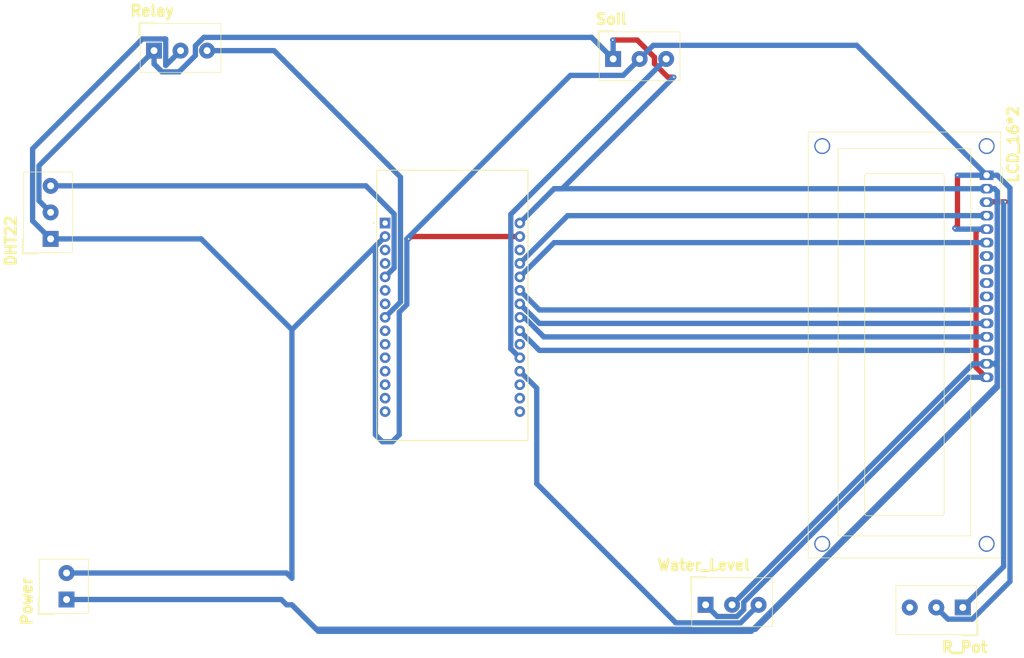
<source format=kicad_pcb>
(kicad_pcb (version 20240108) (generator "pcbnew") (generator_version "8.0")
  (layers (0 "F.Cu" signal) (31 "B.Cu" signal) (34 "B.Paste" user) (35 "F.Paste" user) (36 "B.SilkS" user "B.Silkscreen") (37 "F.SilkS" user "F.Silkscreen") (38 "B.Mask" user) (39 "F.Mask" user) (44 "Edge.Cuts" user))
  (net 0 "")
  (net 18 "Net-(J3-Pin_3)")
  (net 19 "Net-(J1-Pin_3)")
  (net 22 "Net-(DS1-VO)")
  (net 25 "Net-(DS1-D4)")
  (net 26 "+5V")
  (net 27 "Net-(DS1-E)")
  (net 28 "Net-(DS1-D7)")
  (net 29 "Net-(DS1-RS)")
  (net 30 "Net-(DS1-D6)")
  (net 31 "GND")
  (net 32 "Net-(DS1-D5)")
  (net 33 "Net-(J2-Pin_3)")
  (net 34 "Net-(J5-Pin_3)")
  (footprint "TerminalBlock_Altech:Altech_AK100_1x03_P5.00mm" (layer "F.Cu") (at 71 87.5 90)
    (property "Reference" "DHT22" (at -0.35 -7.5 270) (layer "F.SilkS") (effects (font (size 2 2) (thickness 0.5) (bold yes))))
    (property "Value" "DHT22")
    (fp_line (start -2.85 -5.35) (end 0.15 -5.35) (stroke (width 0.12)) (layer "F.SilkS"))
    (fp_line (start 12.61 -5.11) (end 12.61 4.11) (stroke (width 0.12)) (layer "F.SilkS"))
    (fp_line (start -2.61 -5.11) (end 12.61 -5.11) (stroke (width 0.12)) (layer "F.SilkS"))
    (fp_line (start -2.61 -5.11) (end -2.61 4.11) (stroke (width 0.12)) (layer "F.SilkS"))
    (fp_line (start -2.85 -2.35) (end -2.85 -5.35) (stroke (width 0.12)) (layer "F.SilkS"))
    (fp_line (start -2.61 4.11) (end 12.61 4.11) (stroke (width 0.12)) (layer "F.SilkS"))
    (pad "1" thru_hole rect (at 0 0 90) (size 3 3) (drill 1.3) (layers "*.Cu" "*.Mask") (net 31 "GND"))
    (pad "2" thru_hole circle (at 5 0 90) (size 3 3) (drill 1.3) (layers "*.Cu" "*.Mask") (net 26 "+5V"))
    (pad "3" thru_hole circle (at 10 0 90) (size 3 3) (drill 1.3) (layers "*.Cu" "*.Mask") (net 34 "Net-(J5-Pin_3)"))
  )
  (footprint "TerminalBlock_Altech:Altech_AK100_1x03_P5.00mm" (layer "F.Cu") (at 194.5 156.5)
    (property "Reference" "Water_Level" (at -0.35 -7.5 0) (layer "F.SilkS") (effects (font (size 2 2) (thickness 0.5) (bold yes))))
    (property "Value" "Water Level")
    (fp_line (start -2.85 -5.35) (end 0.15 -5.35) (stroke (width 0.12)) (layer "F.SilkS"))
    (fp_line (start -2.85 -2.35) (end -2.85 -5.35) (stroke (width 0.12)) (layer "F.SilkS"))
    (fp_line (start -2.61 -5.11) (end -2.61 4.11) (stroke (width 0.12)) (layer "F.SilkS"))
    (fp_line (start -2.61 -5.11) (end 12.61 -5.11) (stroke (width 0.12)) (layer "F.SilkS"))
    (fp_line (start -2.61 4.11) (end 12.61 4.11) (stroke (width 0.12)) (layer "F.SilkS"))
    (fp_line (start 12.61 -5.11) (end 12.61 4.11) (stroke (width 0.12)) (layer "F.SilkS"))
    (pad "1" thru_hole rect (at 0 0) (size 3 3) (drill 1.3) (layers "*.Cu" "*.Mask") (net 31 "GND"))
    (pad "2" thru_hole circle (at 5 0) (size 3 3) (drill 1.3) (layers "*.Cu" "*.Mask") (net 26 "+5V"))
    (pad "3" thru_hole circle (at 10 0) (size 3 3) (drill 1.3) (layers "*.Cu" "*.Mask") (net 18 "Net-(J3-Pin_3)"))
  )
  (footprint "TerminalBlock_Altech:Altech_AK100_1x02_P5.00mm" (layer "F.Cu") (at 74 155.5 90)
    (property "Reference" "Power" (at -0.35 -7.5 270) (layer "F.SilkS") (effects (font (size 2 2) (thickness 0.5) (bold yes))))
    (property "Value" "Power")
    (fp_line (start -2.85 -5.35) (end 0.15 -5.35) (stroke (width 0.12)) (layer "F.SilkS"))
    (fp_line (start 7.61 -5.11) (end 7.61 4.11) (stroke (width 0.12)) (layer "F.SilkS"))
    (fp_line (start -2.61 -5.11) (end 7.61 -5.11) (stroke (width 0.12)) (layer "F.SilkS"))
    (fp_line (start -2.61 -5.11) (end -2.61 4.11) (stroke (width 0.12)) (layer "F.SilkS"))
    (fp_line (start -2.85 -2.35) (end -2.85 -5.35) (stroke (width 0.12)) (layer "F.SilkS"))
    (fp_line (start -2.61 4.11) (end 7.61 4.11) (stroke (width 0.12)) (layer "F.SilkS"))
    (pad "1" thru_hole rect (at 0 0 90) (size 3 3) (drill 1.3) (layers "*.Cu" "*.Mask") (net 26 "+5V"))
    (pad "2" thru_hole circle (at 5 0 90) (size 3 3) (drill 1.3) (layers "*.Cu" "*.Mask") (net 31 "GND"))
  )
  (footprint "TerminalBlock_Altech:Altech_AK100_1x03_P5.00mm" (layer "F.Cu") (at 177.0675 53.5675)
    (property "Reference" "Soil" (at -0.35 -7.5 360) (layer "F.SilkS") (effects (font (size 2 2) (thickness 0.5) (bold yes))))
    (property "Value" "Soil")
    (fp_line (start -2.85 -5.35) (end 0.15 -5.35) (stroke (width 0.12)) (layer "F.SilkS"))
    (fp_line (start -2.85 -2.35) (end -2.85 -5.35) (stroke (width 0.12)) (layer "F.SilkS"))
    (fp_line (start -2.61 -5.11) (end -2.61 4.11) (stroke (width 0.12)) (layer "F.SilkS"))
    (fp_line (start -2.61 -5.11) (end 12.61 -5.11) (stroke (width 0.12)) (layer "F.SilkS"))
    (fp_line (start -2.61 4.11) (end 12.61 4.11) (stroke (width 0.12)) (layer "F.SilkS"))
    (fp_line (start 12.61 -5.11) (end 12.61 4.11) (stroke (width 0.12)) (layer "F.SilkS"))
    (pad "1" thru_hole rect (at 0 0) (size 3 3) (drill 1.3) (layers "*.Cu" "*.Mask") (net 26 "+5V"))
    (pad "2" thru_hole circle (at 5 0) (size 3 3) (drill 1.3) (layers "*.Cu" "*.Mask") (net 31 "GND"))
    (pad "3" thru_hole circle (at 10 0) (size 3 3) (drill 1.3) (layers "*.Cu" "*.Mask") (net 19 "Net-(J1-Pin_3)"))
  )
  (footprint "Display:WC1602A" (layer "F.Cu") (at 247.5 75.4991 -90)
    (property "Reference" "LCD_16*2" (at -5.82 -5 90) (layer "F.SilkS") (effects (font (size 2 2) (thickness 0.5) (bold yes))))
    (property "Value" "WC1602A")
    (fp_line (start -8.14 33.64) (end 72.14 33.64) (stroke (width 0.12)) (layer "F.SilkS"))
    (fp_line (start 72.14 33.64) (end 72.14 -2.64) (stroke (width 0.12)) (layer "F.SilkS"))
    (fp_line (start -5 28) (end -5 3) (stroke (width 0.12)) (layer "F.SilkS"))
    (fp_line (start 68 28) (end -5 28) (stroke (width 0.12)) (layer "F.SilkS"))
    (fp_line (start 63.70066 23) (end 0.2 23) (stroke (width 0.12)) (layer "F.SilkS"))
    (fp_line (start -0.29972 22.49932) (end -0.29972 8.5) (stroke (width 0.12)) (layer "F.SilkS"))
    (fp_line (start 64.2 8.5) (end 64.2 22.5) (stroke (width 0.12)) (layer "F.SilkS"))
    (fp_line (start 0.2 8) (end 63.7 8) (stroke (width 0.12)) (layer "F.SilkS"))
    (fp_line (start -5 3) (end 68 3) (stroke (width 0.12)) (layer "F.SilkS"))
    (fp_line (start 68 3) (end 68 28) (stroke (width 0.12)) (layer "F.SilkS"))
    (fp_line (start -8.14 -2.64) (end -8.14 33.64) (stroke (width 0.12)) (layer "F.SilkS"))
    (fp_line (start -8.13 -2.64) (end -7.34 -2.64) (stroke (width 0.12)) (layer "F.SilkS"))
    (fp_line (start 72.14 -2.64) (end -7.34 -2.64) (stroke (width 0.12)) (layer "F.SilkS"))
    (fp_line (start -1.5 -3) (end 1.5 -3) (stroke (width 0.12)) (layer "F.SilkS"))
    (fp_arc (start 0.20066 22.9997) (mid -0.153162 22.853142) (end -0.29972 22.49932) (stroke (width 0.12)) (layer "F.SilkS"))
    (fp_arc (start 64.20104 22.49932) (mid 64.054473 22.853115) (end 63.70066 22.9997) (stroke (width 0.12)) (layer "F.SilkS"))
    (fp_arc (start -0.29972 8.49884) (mid -0.153162 8.145018) (end 0.20066 7.99846) (stroke (width 0.12)) (layer "F.SilkS"))
    (fp_arc (start 63.7 8) (mid 64.053553 8.146447) (end 64.2 8.5) (stroke (width 0.12)) (layer "F.SilkS"))
    (pad "" thru_hole circle (at -5.4991 0 270) (size 3 3) (drill 2.5) (layers "*.Cu" "*.Mask"))
    (pad "" thru_hole circle (at -5.4991 31.0007 270) (size 3 3) (drill 2.5) (layers "*.Cu" "*.Mask"))
    (pad "" thru_hole circle (at 69.49948 31.0007 270) (size 3 3) (drill 2.5) (layers "*.Cu" "*.Mask"))
    (pad "" thru_hole circle (at 69.5 0 270) (size 3 3) (drill 2.5) (layers "*.Cu" "*.Mask"))
    (pad "1" thru_hole rect (at 0 0 270) (size 1.8 2.6) (drill 1.2) (layers "*.Cu" "*.Mask") (net 31 "GND"))
    (pad "2" thru_hole oval (at 2.54 0 270) (size 1.8 2.6) (drill 1.2) (layers "*.Cu" "*.Mask") (net 26 "+5V"))
    (pad "3" thru_hole oval (at 5.08 0 270) (size 1.8 2.6) (drill 1.2) (layers "*.Cu" "*.Mask") (net 22 "Net-(DS1-VO)"))
    (pad "4" thru_hole oval (at 7.62 0 270) (size 1.8 2.6) (drill 1.2) (layers "*.Cu" "*.Mask") (net 29 "Net-(DS1-RS)"))
    (pad "5" thru_hole oval (at 10.16 0 270) (size 1.8 2.6) (drill 1.2) (layers "*.Cu" "*.Mask") (net 31 "GND"))
    (pad "6" thru_hole oval (at 12.7 0 270) (size 1.8 2.6) (drill 1.2) (layers "*.Cu" "*.Mask") (net 27 "Net-(DS1-E)"))
    (pad "7" thru_hole oval (at 15.24 0 270) (size 1.8 2.6) (drill 1.2) (layers "*.Cu" "*.Mask"))
    (pad "8" thru_hole oval (at 17.78 0 270) (size 1.8 2.6) (drill 1.2) (layers "*.Cu" "*.Mask"))
    (pad "9" thru_hole oval (at 20.32 0 270) (size 1.8 2.6) (drill 1.2) (layers "*.Cu" "*.Mask"))
    (pad "10" thru_hole oval (at 22.86 0 270) (size 1.8 2.6) (drill 1.2) (layers "*.Cu" "*.Mask"))
    (pad "11" thru_hole oval (at 25.4 0 270) (size 1.8 2.6) (drill 1.2) (layers "*.Cu" "*.Mask") (net 25 "Net-(DS1-D4)"))
    (pad "12" thru_hole oval (at 27.94 0 270) (size 1.8 2.6) (drill 1.2) (layers "*.Cu" "*.Mask") (net 32 "Net-(DS1-D5)"))
    (pad "13" thru_hole oval (at 30.48 0 270) (size 1.8 2.6) (drill 1.2) (layers "*.Cu" "*.Mask") (net 30 "Net-(DS1-D6)"))
    (pad "14" thru_hole oval (at 33.02 0 270) (size 1.8 2.6) (drill 1.2) (layers "*.Cu" "*.Mask") (net 28 "Net-(DS1-D7)"))
    (pad "15" thru_hole oval (at 35.56 0 270) (size 1.8 2.6) (drill 1.2) (layers "*.Cu" "*.Mask") (net 26 "+5V"))
    (pad "16" thru_hole oval (at 38.1 0 270) (size 1.8 2.6) (drill 1.2) (layers "*.Cu" "*.Mask") (net 31 "GND"))
  )
  (footprint "TerminalBlock_Altech:Altech_AK100_1x03_P5.00mm" (layer "F.Cu") (at 90.5 52)
    (property "Reference" "Relay" (at -0.35 -7.5 0) (layer "F.SilkS") (effects (font (size 2 2) (thickness 0.5) (bold yes))))
    (property "Value" "Relay")
    (fp_line (start -2.85 -5.35) (end 0.15 -5.35) (stroke (width 0.12)) (layer "F.SilkS"))
    (fp_line (start -2.85 -2.35) (end -2.85 -5.35) (stroke (width 0.12)) (layer "F.SilkS"))
    (fp_line (start -2.61 -5.11) (end -2.61 4.11) (stroke (width 0.12)) (layer "F.SilkS"))
    (fp_line (start -2.61 -5.11) (end 12.61 -5.11) (stroke (width 0.12)) (layer "F.SilkS"))
    (fp_line (start -2.61 4.11) (end 12.61 4.11) (stroke (width 0.12)) (layer "F.SilkS"))
    (fp_line (start 12.61 -5.11) (end 12.61 4.11) (stroke (width 0.12)) (layer "F.SilkS"))
    (pad "1" thru_hole rect (at 0 0) (size 3 3) (drill 1.3) (layers "*.Cu" "*.Mask") (net 26 "+5V"))
    (pad "2" thru_hole circle (at 5 0) (size 3 3) (drill 1.3) (layers "*.Cu" "*.Mask") (net 31 "GND"))
    (pad "3" thru_hole circle (at 10 0) (size 3 3) (drill 1.3) (layers "*.Cu" "*.Mask") (net 33 "Net-(J2-Pin_3)"))
  )
  (footprint "TerminalBlock_Altech:Altech_AK100_1x03_P5.00mm" (layer "F.Cu") (at 243 157 180)
    (property "Reference" "R_Pot" (at -0.35 -7.5 180) (layer "F.SilkS") (effects (font (size 2 2) (thickness 0.5) (bold yes))))
    (property "Value" "Variable_Resistor")
    (fp_line (start 12.61 -5.11) (end 12.61 4.11) (stroke (width 0.12)) (layer "F.SilkS"))
    (fp_line (start -2.61 4.11) (end 12.61 4.11) (stroke (width 0.12)) (layer "F.SilkS"))
    (fp_line (start -2.61 -5.11) (end 12.61 -5.11) (stroke (width 0.12)) (layer "F.SilkS"))
    (fp_line (start -2.61 -5.11) (end -2.61 4.11) (stroke (width 0.12)) (layer "F.SilkS"))
    (fp_line (start -2.85 -2.35) (end -2.85 -5.35) (stroke (width 0.12)) (layer "F.SilkS"))
    (fp_line (start -2.85 -5.35) (end 0.15 -5.35) (stroke (width 0.12)) (layer "F.SilkS"))
    (pad "1" thru_hole rect (at 0 0 180) (size 3 3) (drill 1.3) (layers "*.Cu" "*.Mask") (net 22 "Net-(DS1-VO)"))
    (pad "2" thru_hole circle (at 5 0 180) (size 3 3) (drill 1.3) (layers "*.Cu" "*.Mask") (net 31 "GND"))
    (pad "3" thru_hole circle (at 10 0 180) (size 3 3) (drill 1.3) (layers "*.Cu" "*.Mask"))
  )
  (footprint "ESP32-DEVKIT-V1:MODULE_ESP32_DEVKIT_V1" (layer "F.Cu") (at 146.77 100.025)
    (property "Reference" "ESP32_WROOM_30-PIN")
    (property "Value" "ESP32-DEVKIT-V1")
    (fp_line (start -14.28 -25.475) (end -3.211 -25.475) (stroke (width 0.127)) (layer "F.SilkS"))
    (fp_line (start -14.28 -25.475) (end 14.23 -25.475) (stroke (width 0.127)) (layer "F.SilkS"))
    (fp_line (start -14.28 25.475) (end -14.28 -25.475) (stroke (width 0.127)) (layer "F.SilkS"))
    (fp_line (start -14.28 25.475) (end -14.28 -25.475) (stroke (width 0.127)) (layer "F.SilkS"))
    (fp_line (start -14.28 25.475) (end -8.91 25.475) (stroke (width 0.127)) (layer "F.SilkS"))
    (fp_line (start -8.91 25.475) (end 8.78 25.475) (stroke (width 0.127)) (layer "F.SilkS"))
    (fp_line (start -3.211 -25.475) (end 3.5 -25.475) (stroke (width 0.127)) (layer "F.SilkS"))
    (fp_line (start 3.5 -25.475) (end 14.23 -25.475) (stroke (width 0.127)) (layer "F.SilkS"))
    (fp_line (start 8.78 25.475) (end 14.23 25.475) (stroke (width 0.127)) (layer "F.SilkS"))
    (fp_line (start 14.23 -25.475) (end 14.23 25.475) (stroke (width 0.127)) (layer "F.SilkS"))
    (fp_line (start 14.23 -25.475) (end 14.23 25.475) (stroke (width 0.127)) (layer "F.SilkS"))
    (fp_line (start 14.23 25.475) (end -14.28 25.475) (stroke (width 0.127)) (layer "F.SilkS"))
    (fp_circle (center -14.85 -15.515) (end -14.75 -15.515) (stroke (width 0.2)) (fill none) (layer "F.SilkS"))
    (pad "" np_thru_hole circle (at -12.28 -23.475) (size 3 3) (drill 3) (layers "*.Cu" "*.Mask"))
    (pad "" np_thru_hole circle (at -12.28 23.475) (size 3 3) (drill 3) (layers "*.Cu" "*.Mask"))
    (pad "" np_thru_hole circle (at 12.23 -23.475) (size 3 3) (drill 3) (layers "*.Cu" "*.Mask"))
    (pad "" np_thru_hole circle (at 12.23 23.475) (size 3 3) (drill 3) (layers "*.Cu" "*.Mask"))
    (pad "1" thru_hole rect (at -12.7 -15.515) (size 2 2) (drill 1.02) (layers "*.Cu" "*.Mask"))
    (pad "2" thru_hole circle (at -12.7 -12.975) (size 2 2) (drill 1.02) (layers "*.Cu" "*.Mask") (net 31 "GND"))
    (pad "3" thru_hole circle (at -12.7 -10.435) (size 2 2) (drill 1.02) (layers "*.Cu" "*.Mask"))
    (pad "4" thru_hole circle (at -12.7 -7.895) (size 2 2) (drill 1.02) (layers "*.Cu" "*.Mask"))
    (pad "5" thru_hole circle (at -12.7 -5.355) (size 2 2) (drill 1.02) (layers "*.Cu" "*.Mask") (net 34 "Net-(J5-Pin_3)"))
    (pad "6" thru_hole circle (at -12.7 -2.815) (size 2 2) (drill 1.02) (layers "*.Cu" "*.Mask"))
    (pad "7" thru_hole circle (at -12.7 -0.275) (size 2 2) (drill 1.02) (layers "*.Cu" "*.Mask"))
    (pad "8" thru_hole circle (at -12.7 2.265) (size 2 2) (drill 1.02) (layers "*.Cu" "*.Mask") (net 33 "Net-(J2-Pin_3)"))
    (pad "9" thru_hole circle (at -12.7 4.805) (size 2 2) (drill 1.02) (layers "*.Cu" "*.Mask"))
    (pad "10" thru_hole circle (at -12.7 7.345) (size 2 2) (drill 1.02) (layers "*.Cu" "*.Mask"))
    (pad "11" thru_hole circle (at -12.7 9.885) (size 2 2) (drill 1.02) (layers "*.Cu" "*.Mask"))
    (pad "12" thru_hole circle (at -12.7 12.425) (size 2 2) (drill 1.02) (layers "*.Cu" "*.Mask"))
    (pad "13" thru_hole circle (at -12.7 14.965) (size 2 2) (drill 1.02) (layers "*.Cu" "*.Mask"))
    (pad "14" thru_hole circle (at -12.7 17.505) (size 2 2) (drill 1.02) (layers "*.Cu" "*.Mask"))
    (pad "15" thru_hole circle (at -12.7 20.045) (size 2 2) (drill 1.02) (layers "*.Cu" "*.Mask"))
    (pad "16" thru_hole circle (at 12.7 20.045) (size 2 2) (drill 1.02) (layers "*.Cu" "*.Mask"))
    (pad "17" thru_hole circle (at 12.7 17.505) (size 2 2) (drill 1.02) (layers "*.Cu" "*.Mask"))
    (pad "18" thru_hole circle (at 12.7 14.965) (size 2 2) (drill 1.02) (layers "*.Cu" "*.Mask"))
    (pad "19" thru_hole circle (at 12.7 12.425) (size 2 2) (drill 1.02) (layers "*.Cu" "*.Mask") (net 18 "Net-(J3-Pin_3)"))
    (pad "20" thru_hole circle (at 12.7 9.885) (size 2 2) (drill 1.02) (layers "*.Cu" "*.Mask") (net 19 "Net-(J1-Pin_3)"))
    (pad "21" thru_hole circle (at 12.7 7.345) (size 2 2) (drill 1.02) (layers "*.Cu" "*.Mask"))
    (pad "22" thru_hole circle (at 12.7 4.805) (size 2 2) (drill 1.02) (layers "*.Cu" "*.Mask") (net 28 "Net-(DS1-D7)"))
    (pad "23" thru_hole circle (at 12.7 2.265) (size 2 2) (drill 1.02) (layers "*.Cu" "*.Mask") (net 30 "Net-(DS1-D6)"))
    (pad "24" thru_hole circle (at 12.7 -0.275) (size 2 2) (drill 1.02) (layers "*.Cu" "*.Mask") (net 32 "Net-(DS1-D5)"))
    (pad "25" thru_hole circle (at 12.7 -2.815) (size 2 2) (drill 1.02) (layers "*.Cu" "*.Mask") (net 25 "Net-(DS1-D4)"))
    (pad "26" thru_hole circle (at 12.7 -5.355) (size 2 2) (drill 1.02) (layers "*.Cu" "*.Mask") (net 27 "Net-(DS1-E)"))
    (pad "27" thru_hole circle (at 12.7 -7.895) (size 2 2) (drill 1.02) (layers "*.Cu" "*.Mask") (net 29 "Net-(DS1-RS)"))
    (pad "28" thru_hole circle (at 12.7 -10.435) (size 2 2) (drill 1.02) (layers "*.Cu" "*.Mask"))
    (pad "29" thru_hole circle (at 12.7 -12.975) (size 2 2) (drill 1.02) (layers "*.Cu" "*.Mask") (net 31 "GND"))
    (pad "30" thru_hole circle (at 12.7 -15.515) (size 2 2) (drill 1.02) (layers "*.Cu" "*.Mask") (net 26 "+5V"))
  )
  (segment (start 159.47 112.45) (end 162.662044 115.642044) (width 1) (layer "B.Cu") (net 18))
  (segment (start 162.662044 115.642044) (end 162.662044 133.662044) (width 1) (layer "B.Cu") (net 18))
  (segment (start 162.662044 133.662044) (end 188.9 159.9) (width 1) (layer "B.Cu") (net 18))
  (segment (start 201.1 159.9) (end 204.5 156.5) (width 1) (layer "B.Cu") (net 18))
  (segment (start 188.9 159.9) (end 201.1 159.9) (width 1) (layer "B.Cu") (net 18))
  (segment (start 157.77 82.865) (end 157.77 108.21) (width 1) (layer "B.Cu") (net 19))
  (segment (start 187.0675 53.5675) (end 157.77 82.865) (width 1) (layer "B.Cu") (net 19))
  (segment (start 157.77 108.21) (end 159.47 109.91) (width 1) (layer "B.Cu") (net 19))
  (segment (start 247.5791 80.5) (end 247.5 80.5791) (width 1) (layer "F.Cu") (net 22))
  (segment (start 251 80.5) (end 247.5791 80.5) (width 1) (layer "F.Cu") (net 22))
  (via (at 247.5 80.5) (size 0.6) (drill 0.3) (layers "F.Cu" "B.Cu") (net 22))
  (via (at 251 80.5) (size 0.6) (drill 0.3) (layers "F.Cu" "B.Cu") (net 22))
  (segment (start 243 157) (end 250.7 149.3) (width 1) (layer "B.Cu") (net 22))
  (segment (start 250.7 149.3) (end 250.7 80.5791) (width 1) (layer "B.Cu") (net 22))
  (segment (start 159.88 96.8) (end 159.47 97.21) (width 0.5) (layer "F.Cu") (net 25))
  (segment (start 163.1591 100.8991) (end 159.47 97.21) (width 1) (layer "B.Cu") (net 25))
  (segment (start 247.5 100.8991) (end 163.1591 100.8991) (width 1) (layer "B.Cu") (net 25))
  (segment (start 181.61127 50) (end 184.8675 53.25623) (width 1) (layer "F.Cu") (net 26))
  (segment (start 184.8675 54.47877) (end 187.38873 57) (width 1) (layer "F.Cu") (net 26))
  (segment (start 187.38873 57) (end 188.5 57) (width 1) (layer "F.Cu") (net 26))
  (segment (start 177 50) (end 181.61127 50) (width 1) (layer "F.Cu") (net 26))
  (segment (start 184.8675 53.25623) (end 184.8675 54.47877) (width 1) (layer "F.Cu") (net 26))
  (via (at 177 50) (size 0.6) (drill 0.3) (layers "F.Cu" "B.Cu") (net 26))
  (via (at 188.5 57) (size 0.6) (drill 0.3) (layers "F.Cu" "B.Cu") (net 26))
  (segment (start 173 49.5) (end 177.0675 53.5675) (width 1) (layer "B.Cu") (net 26))
  (segment (start 203.10915 161.5) (end 121.5 161.5) (width 1) (layer "B.Cu") (net 26))
  (segment (start 68.8 80.3) (end 71 82.5) (width 1) (layer "B.Cu") (net 26))
  (segment (start 249.5 78.5391) (end 249.5 110.5591) (width 1) (layer "B.Cu") (net 26))
  (segment (start 92 56) (end 95.21127 56) (width 1) (layer "B.Cu") (net 26))
  (segment (start 247.5 78.0391) (end 249 78.0391) (width 1) (layer "B.Cu") (net 26))
  (segment (start 116.5 156.5) (end 115.5 156.5) (width 1) (layer "B.Cu") (net 26))
  (segment (start 249.5 110.5591) (end 249 111.0591) (width 1) (layer "B.Cu") (net 26))
  (segment (start 244.9409 111.0591) (end 199.5 156.5) (width 1) (layer "B.Cu") (net 26))
  (segment (start 177.0675 50.0675) (end 177 50) (width 1) (layer "B.Cu") (net 26))
  (segment (start 114.5 155.5) (end 74 155.5) (width 1) (layer "B.Cu") (net 26))
  (segment (start 115.5 156.5) (end 114.5 155.5) (width 1) (layer "B.Cu") (net 26))
  (segment (start 249 111.0591) (end 247.5 111.0591) (width 1) (layer "B.Cu") (net 26))
  (segment (start 165.9409 78.0391) (end 247.5 78.0391) (width 1) (layer "B.Cu") (net 26))
  (segment (start 90.5 52) (end 90.5 54.5) (width 1) (layer "B.Cu") (net 26))
  (segment (start 249.5 115.10915) (end 203.10915 161.5) (width 1) (layer "B.Cu") (net 26))
  (segment (start 121.5 161.5) (end 116.5 156.5) (width 1) (layer "B.Cu") (net 26))
  (segment (start 159.47 84.51) (end 165.9409 78.0391) (width 1) (layer "B.Cu") (net 26))
  (segment (start 249.5 115.5) (end 249.5 111.5591) (width 1) (layer "B.Cu") (net 26))
  (segment (start 90.5 52) (end 68.8 73.7) (width 1) (layer "B.Cu") (net 26))
  (segment (start 249 78.0391) (end 249.5 78.5391) (width 1) (layer "B.Cu") (net 26))
  (segment (start 68.8 73.7) (end 68.8 80.3) (width 1) (layer "B.Cu") (net 26))
  (segment (start 121.1 161.1) (end 203.9 161.1) (width 1) (layer "B.Cu") (net 26))
  (segment (start 249.5 78.5391) (end 249.5 115.10915) (width 1) (layer "B.Cu") (net 26))
  (segment (start 167.4609 78.0391) (end 188.5 57) (width 1) (layer "B.Cu") (net 26))
  (segment (start 249.5 111.5591) (end 249 111.0591) (width 1) (layer "B.Cu") (net 26))
  (segment (start 177.0675 53.5675) (end 177.0675 50.0675) (width 1) (layer "B.Cu") (net 26))
  (segment (start 165.9409 78.0391) (end 167.4609 78.0391) (width 1) (layer "B.Cu") (net 26))
  (segment (start 95.21127 56) (end 98.3 52.91127) (width 1) (layer "B.Cu") (net 26))
  (segment (start 116.5 156.5) (end 121.1 161.1) (width 1) (layer "B.Cu") (net 26))
  (segment (start 203.9 161.1) (end 249.5 115.5) (width 1) (layer "B.Cu") (net 26))
  (segment (start 247.5 111.0591) (end 244.9409 111.0591) (width 1) (layer "B.Cu") (net 26))
  (segment (start 98.3 51.08873) (end 99.88873 49.5) (width 1) (layer "B.Cu") (net 26))
  (segment (start 90.5 54.5) (end 92 56) (width 1) (layer "B.Cu") (net 26))
  (segment (start 99.88873 49.5) (end 173 49.5) (width 1) (layer "B.Cu") (net 26))
  (segment (start 98.3 52.91127) (end 98.3 51.08873) (width 1) (layer "B.Cu") (net 26))
  (segment (start 165.9409 88.1991) (end 159.47 94.67) (width 1) (layer "B.Cu") (net 27))
  (segment (start 247.5 88.1991) (end 165.9409 88.1991) (width 1) (layer "B.Cu") (net 27))
  (segment (start 247.5 108.5191) (end 163.1591 108.5191) (width 1) (layer "B.Cu") (net 28))
  (segment (start 163.1591 108.5191) (end 159.47 104.83) (width 1) (layer "B.Cu") (net 28))
  (segment (start 168.4809 83.1191) (end 159.47 92.13) (width 1) (layer "B.Cu") (net 29))
  (segment (start 247.5 83.1191) (end 168.4809 83.1191) (width 1) (layer "B.Cu") (net 29))
  (segment (start 164.002044 105.9791) (end 160.312944 102.29) (width 1) (layer "B.Cu") (net 30))
  (segment (start 247.5 105.9791) (end 164.002044 105.9791) (width 1) (layer "B.Cu") (net 30))
  (segment (start 160.312944 102.29) (end 159.47 102.29) (width 1) (layer "B.Cu") (net 30))
  (segment (start 246 85.6591) (end 245.5 86.1591) (width 1) (layer "F.Cu") (net 31))
  (segment (start 247.5 85.6591) (end 246 85.6591) (width 1) (layer "F.Cu") (net 31))
  (segment (start 247.377258 113.5991) (end 247.5 113.5991) (width 1) (layer "F.Cu") (net 31))
  (segment (start 245.5 111.721842) (end 247.377258 113.5991) (width 1) (layer "F.Cu") (net 31))
  (segment (start 138.5 87.5) (end 138.95 87.05) (width 1) (layer "F.Cu") (net 31))
  (segment (start 241.5 85.5) (end 242 85) (width 1) (layer "F.Cu") (net 31))
  (segment (start 245.5 86.1591) (end 245.5 111.721842) (width 1) (layer "F.Cu") (net 31))
  (segment (start 242 85) (end 242 75.5) (width 1) (layer "F.Cu") (net 31))
  (segment (start 138.95 87.05) (end 159.47 87.05) (width 1) (layer "F.Cu") (net 31))
  (via (at 241.5 85.5) (size 0.6) (drill 0.3) (layers "F.Cu" "B.Cu") (net 31))
  (via (at 242 75.5) (size 0.6) (drill 0.3) (layers "F.Cu" "B.Cu") (net 31))
  (via (at 138.5 87.5) (size 0.6) (drill 0.3) (layers "F.Cu" "B.Cu") (net 31))
  (segment (start 71 87.5) (end 99.38 87.5) (width 1) (layer "B.Cu") (net 31))
  (segment (start 132.24 124.431981) (end 132.24 88.88) (width 1) (layer "B.Cu") (net 31))
  (segment (start 244.097956 113.5991) (end 201.7 155.997056) (width 1) (layer "B.Cu") (net 31))
  (segment (start 196.7 158.7) (end 194.5 156.5) (width 1) (layer "B.Cu") (net 31))
  (segment (start 136.74 124.431981) (end 135.421981 125.75) (width 1) (layer "B.Cu") (net 31))
  (segment (start 116.5 151.5) (end 115.5 150.5) (width 1) (layer "B.Cu") (net 31))
  (segment (start 247.5 113.5991) (end 244.097956 113.5991) (width 1) (layer "B.Cu") (net 31))
  (segment (start 178.970519 56.664481) (end 169.005519 56.664481) (width 1) (layer "B.Cu") (net 31))
  (segment (start 251.9 77.9) (end 249.4991 75.4991) (width 1) (layer "B.Cu") (net 31))
  (segment (start 99.38 87.5) (end 116.5 104.62) (width 1) (layer "B.Cu") (net 31))
  (segment (start 184.635 51) (end 182.0675 53.5675) (width 1) (layer "B.Cu") (net 31))
  (segment (start 247.5 75.4991) (end 223.0009 51) (width 1) (layer "B.Cu") (net 31))
  (segment (start 116.5 104.62) (end 134.07 87.05) (width 1) (layer "B.Cu") (net 31))
  (segment (start 138.5 87.5) (end 138.17 87.5) (width 1) (layer "B.Cu") (net 31))
  (segment (start 92.7 49.8) (end 88.3 49.8) (width 1) (layer "B.Cu") (net 31))
  (segment (start 247.5 75.4991) (end 242.0009 75.4991) (width 1) (layer "B.Cu") (net 31))
  (segment (start 223.0009 51) (end 184.635 51) (width 1) (layer "B.Cu") (net 31))
  (segment (start 138.17 99.887056) (end 136.74 101.317056) (width 1) (layer "B.Cu") (net 31))
  (segment (start 116.5 151.5) (end 116.5 104.62) (width 1) (layer "B.Cu") (net 31))
  (segment (start 132.24 88.88) (end 134.07 87.05) (width 1) (layer "B.Cu") (net 31))
  (segment (start 244.8 159.2) (end 251.9 152.1) (width 1) (layer "B.Cu") (net 31))
  (segment (start 249.4991 75.4991) (end 247.5 75.4991) (width 1) (layer "B.Cu") (net 31))
  (segment (start 201.7 155.997056) (end 201.7 157.41127) (width 1) (layer "B.Cu") (net 31))
  (segment (start 88.3 49.8) (end 67.6 70.5) (width 1) (layer "B.Cu") (net 31))
  (segment (start 251.9 152.1) (end 251.9 77.9) (width 1) (layer "B.Cu") (net 31))
  (segment (start 201.7 157.41127) (end 200.41127 158.7) (width 1) (layer "B.Cu") (net 31))
  (segment (start 138.17 87.5) (end 138.17 99.887056) (width 1) (layer "B.Cu") (net 31))
  (segment (start 138.17 87.5) (end 138.17 87.5) (width 1) (layer "B.Cu") (net 31))
  (segment (start 182.0675 53.5675) (end 178.970519 56.664481) (width 1) (layer "B.Cu") (net 31))
  (segment (start 92.7 54.8) (end 92.7 49.8) (width 1) (layer "B.Cu") (net 31))
  (segment (start 240.2 159.2) (end 244.8 159.2) (width 1) (layer "B.Cu") (net 31))
  (segment (start 135.421981 125.75) (end 133.558019 125.75) (width 1) (layer "B.Cu") (net 31))
  (segment (start 136.74 101.317056) (end 136.74 124.431981) (width 1) (layer "B.Cu") (net 31))
  (segment (start 247.5 85.6591) (end 241.6591 85.6591) (width 1) (layer "B.Cu") (net 31))
  (segment (start 67.6 84.1) (end 71 87.5) (width 1) (layer "B.Cu") (net 31))
  (segment (start 133.558019 125.75) (end 132.24 124.431981) (width 1) (layer "B.Cu") (net 31))
  (segment (start 238 157) (end 240.2 159.2) (width 1) (layer "B.Cu") (net 31))
  (segment (start 241.6591 85.6591) (end 241.5 85.5) (width 1) (layer "B.Cu") (net 31))
  (segment (start 242.0009 75.4991) (end 242 75.5) (width 1) (layer "B.Cu") (net 31))
  (segment (start 95.5 52) (end 92.7 54.8) (width 1) (layer "B.Cu") (net 31))
  (segment (start 169.005519 56.664481) (end 138.5 87.17) (width 1) (layer "B.Cu") (net 31))
  (segment (start 67.6 70.5) (end 67.6 84.1) (width 1) (layer "B.Cu") (net 31))
  (segment (start 115.5 150.5) (end 74 150.5) (width 1) (layer "B.Cu") (net 31))
  (segment (start 200.41127 158.7) (end 196.7 158.7) (width 1) (layer "B.Cu") (net 31))
  (segment (start 138.5 87.17) (end 138.5 87.5) (width 1) (layer "B.Cu") (net 31))
  (segment (start 159.67 99.55) (end 159.47 99.75) (width 0.5) (layer "F.Cu") (net 32))
  (segment (start 163.1591 103.4391) (end 159.47 99.75) (width 1) (layer "B.Cu") (net 32))
  (segment (start 247.5 103.4391) (end 163.1591 103.4391) (width 1) (layer "B.Cu") (net 32))
  (segment (start 113.121981 52) (end 136.97 75.848019) (width 1) (layer "B.Cu") (net 33))
  (segment (start 136.97 99.39) (end 134.07 102.29) (width 1) (layer "B.Cu") (net 33))
  (segment (start 136.97 75.848019) (end 136.97 99.39) (width 1) (layer "B.Cu") (net 33))
  (segment (start 100.5 52) (end 113.121981 52) (width 1) (layer "B.Cu") (net 33))
  (segment (start 135.77 92.97) (end 134.07 94.67) (width 1) (layer "B.Cu") (net 34))
  (segment (start 135.77 82.81) (end 135.77 92.97) (width 1) (layer "B.Cu") (net 34))
  (segment (start 71 77.5) (end 130.46 77.5) (width 1) (layer "B.Cu") (net 34))
  (segment (start 130.46 77.5) (end 135.77 82.81) (width 1) (layer "B.Cu") (net 34))
)
</source>
